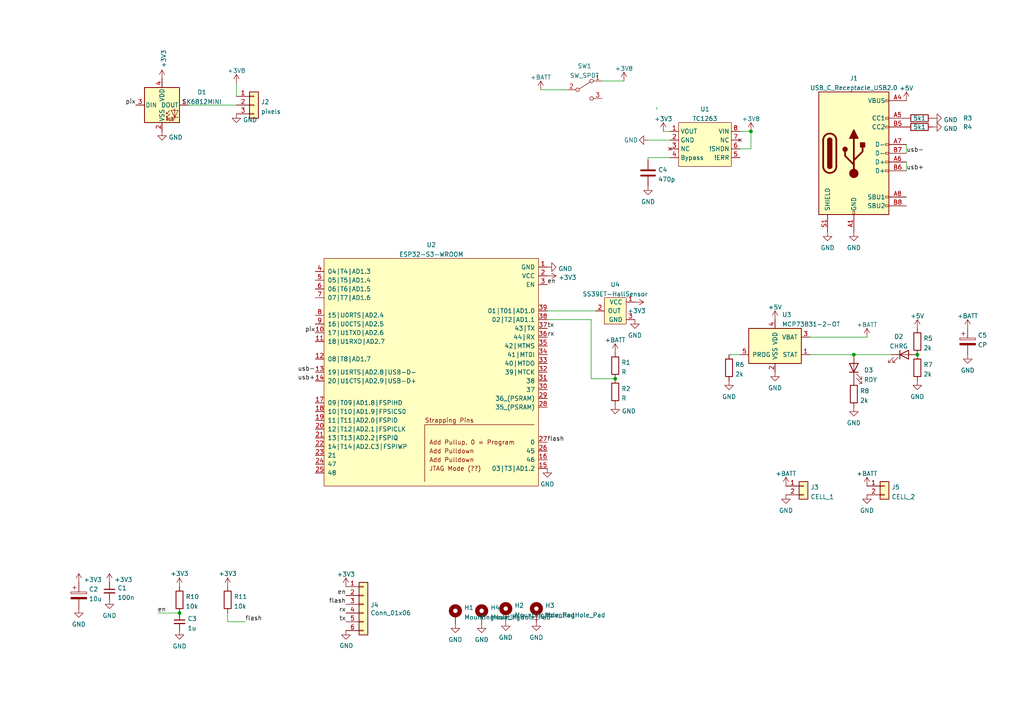
<source format=kicad_sch>
(kicad_sch (version 20211123) (generator eeschema)
  (paper "A4")
  (lib_symbols
    (symbol "0_aaaaa_yeah:R" (pin_numbers hide) (pin_names (offset 0))
      (property "Reference" "R" (at 2.032 0 90))
      (property "Value" "R" (at 0 0 90))
      (symbol "R_0_1"
        (rectangle (start -1.016 -2.54) (end 1.016 2.54) (stroke (width 0.254)))
      )
      (symbol "R_1_1"
        (pin passive line (at 0 3.81 270) (length 1.27) (name "~") (number "1"))
        (pin passive line (at 0 -3.81 90) (length 1.27) (name "~") (number "2"))
      )
    )
    (symbol "AnymaLib-06:ESP32-S3-WROOM" (pin_names (offset 1.016))
      (property "Reference" "U" (at -29.21 -35.56 0))
      (property "Value" "ESP32-S3-WROOM" (at 0 34.29 0))
      (symbol "ESP32-S3-WROOM_0_0"
        (text "Add Pulldown" (at -1.27 -25.4 0) (effects (font (size 1.27 1.27)) (justify left)))
        (text "Add Pulldown" (at -1.27 -22.86 0) (effects (font (size 1.27 1.27)) (justify left)))
        (text "Add Pullup, 0 = Program" (at -1.27 -20.32 0) (effects (font (size 1.27 1.27)) (justify left)))
        (text "JTAG Mode (??)" (at -1.27 -27.94 0) (effects (font (size 1.27 1.27)) (justify left)))
        (text "Strapping Pins" (at -2.54 -13.97 0) (effects (font (size 1.27 1.27)) (justify left)))
      )
      (symbol "ESP32-S3-WROOM_0_1"
        (rectangle (start -31.75 33.02) (end 30.48 -33.02) (stroke (width 0.1524)) (fill (type background)))
        (polyline (pts (xy 29.21 -15.24) (xy -2.54 -15.24) (xy -2.54 -31.75)) (stroke (width 0.1524)))
      )
      (symbol "ESP32-S3-WROOM_1_1"
        (pin input line (at 33.02 30.48 180) (length 2.54) (name "GND") (number "1"))
        (pin input line (at -34.29 11.43 0) (length 2.54) (name "17|U1TXD|AD2.6") (number "10"))
        (pin input line (at -34.29 8.89 0) (length 2.54) (name "18|U1RXD|AD2.7") (number "11"))
        (pin input line (at -34.29 3.81 0) (length 2.54) (name "08|T8|AD1.7") (number "12"))
        (pin input line (at -34.29 0 0) (length 2.54) (name "19|U1RTS|AD2.8|USB-D-") (number "13"))
        (pin input line (at -34.29 -2.54 0) (length 2.54) (name "20|U1CTS|AD2.9|USB-D+") (number "14"))
        (pin input line (at 33.02 -27.94 180) (length 2.54) (name "03|T3|AD1.2") (number "15"))
        (pin input line (at 33.02 -25.4 180) (length 2.54) (name "46") (number "16"))
        (pin input line (at -34.29 -8.89 0) (length 2.54) (name "09|T09|AD1.8|FSPIHD") (number "17"))
        (pin input line (at -34.29 -11.43 0) (length 2.54) (name "10|T10|AD1.9|FPSICS0") (number "18"))
        (pin input line (at -34.29 -13.97 0) (length 2.54) (name "11|T11|AD2.0|FSPID") (number "19"))
        (pin input line (at 33.02 27.94 180) (length 2.54) (name "VCC") (number "2"))
        (pin input line (at -34.29 -16.51 0) (length 2.54) (name "12|T12|AD2.1|FSPICLK") (number "20"))
        (pin input line (at -34.29 -19.05 0) (length 2.54) (name "13|T13|AD2.2|FSPIQ") (number "21"))
        (pin input line (at -34.29 -21.59 0) (length 2.54) (name "14|T14|AD2.C3|FSPIWP") (number "22"))
        (pin input line (at -34.29 -24.13 0) (length 2.54) (name "21") (number "23"))
        (pin input line (at -34.29 -26.67 0) (length 2.54) (name "47") (number "24"))
        (pin input line (at -34.29 -29.21 0) (length 2.54) (name "48") (number "25"))
        (pin input line (at 33.02 -22.86 180) (length 2.54) (name "45") (number "26"))
        (pin input line (at 33.02 -20.32 180) (length 2.54) (name "0") (number "27"))
        (pin input line (at 33.02 -10.16 180) (length 2.54) (name "35_(PSRAM)") (number "28"))
        (pin input line (at 33.02 -7.62 180) (length 2.54) (name "36_(PSRAM)") (number "29"))
        (pin input line (at 33.02 25.4 180) (length 2.54) (name "EN") (number "3"))
        (pin input line (at 33.02 -5.08 180) (length 2.54) (name "37") (number "30"))
        (pin input line (at 33.02 -2.54 180) (length 2.54) (name "38") (number "31"))
        (pin input line (at 33.02 0 180) (length 2.54) (name "39|MTCK") (number "32"))
        (pin input line (at 33.02 2.54 180) (length 2.54) (name "40|MTDO") (number "33"))
        (pin input line (at 33.02 5.08 180) (length 2.54) (name "41|MTDI") (number "34"))
        (pin input line (at 33.02 7.62 180) (length 2.54) (name "42|MTMS") (number "35"))
        (pin input line (at 33.02 10.16 180) (length 2.54) (name "44|RX") (number "36"))
        (pin input line (at 33.02 12.7 180) (length 2.54) (name "43|TX") (number "37"))
        (pin input line (at 33.02 15.24 180) (length 2.54) (name "02|T2|AD1.1") (number "38"))
        (pin input line (at 33.02 17.78 180) (length 2.54) (name "01|T01|AD1.0") (number "39"))
        (pin input line (at -34.29 29.21 0) (length 2.54) (name "04|T4|AD1.3") (number "4"))
        (pin input line (at 33.02 30.48 180) (length 2.54) hide (name "GND") (number "40"))
        (pin input line (at 33.02 30.48 180) (length 2.54) hide (name "GND") (number "41"))
        (pin input line (at -34.29 26.67 0) (length 2.54) (name "05|T5|AD1.4") (number "5"))
        (pin input line (at -34.29 24.13 0) (length 2.54) (name "06|T6|AD1.5") (number "6"))
        (pin input line (at -34.29 21.59 0) (length 2.54) (name "07|T7|AD1.6") (number "7"))
        (pin input line (at -34.29 16.51 0) (length 2.54) (name "15|U0RTS|AD2.4") (number "8"))
        (pin input line (at -34.29 13.97 0) (length 2.54) (name "16|U0CTS|AD2.5") (number "9"))
      )
    )
    (symbol "AnymaLib-06:TC1263"
      (property "Reference" "U" (at 1.27 6.35 0))
      (property "Value" "TC1263" (at 0 -8.89 0))
      (symbol "TC1263_0_1"
        (rectangle (start -7.62 5.08) (end 7.62 -7.62) (stroke (width 0.1524)) (fill (type background)))
      )
      (symbol "TC1263_1_1"
        (pin power_out line (at -10.16 2.54 0) (length 2.54) (name "VOUT") (number "1"))
        (pin power_out line (at -10.16 0 0) (length 2.54) (name "GND") (number "2"))
        (pin no_connect line (at -10.16 -2.54 0) (length 2.54) (name "NC") (number "3"))
        (pin input line (at -10.16 -5.08 0) (length 2.54) (name "Bypass") (number "4"))
        (pin input line (at 10.16 -5.08 180) (length 2.54) (name "!ERR") (number "5"))
        (pin input line (at 10.16 -2.54 180) (length 2.54) (name "!SHDN") (number "6"))
        (pin no_connect line (at 10.16 0 180) (length 2.54) (name "NC") (number "7"))
        (pin power_in line (at 10.16 2.54 180) (length 2.54) (name "VIN") (number "8"))
      )
    )
    (symbol "Anyma_Library:SS39ET-HallSensor" (pin_names (offset 1.016))
      (property "Reference" "U" (at 0 7.62 0))
      (property "Value" "SS39ET-HallSensor" (at -1.27 -5.08 0))
      (symbol "SS39ET-HallSensor_0_1"
        (rectangle (start -2.54 3.81) (end 3.81 -3.81) (fill (type background)))
      )
      (symbol "SS39ET-HallSensor_1_1"
        (pin input line (at -5.08 2.54 0) (length 2.54) (name "VCC") (number "1"))
        (pin input line (at 6.35 0 180) (length 2.54) (name "OUT") (number "2"))
        (pin input line (at -5.08 -2.54 0) (length 2.54) (name "GND") (number "3"))
      )
    )
    (symbol "Battery_Management:MCP73831-2-OT" (pin_names (offset 1.016))
      (property "Reference" "U" (at -7.62 6.35 0))
      (property "Value" "MCP73831-2-OT" (at 1.27 6.35 0))
      (symbol "MCP73831-2-OT_0_1"
        (rectangle (start -7.62 5.08) (end 7.62 -5.08) (stroke (width 0.254)) (fill (type background)))
      )
      (symbol "MCP73831-2-OT_1_1"
        (pin output line (at 10.16 -2.54 180) (length 2.54) (name "STAT") (number "1"))
        (pin power_in line (at 0 -7.62 90) (length 2.54) (name "VSS") (number "2"))
        (pin power_out line (at 10.16 2.54 180) (length 2.54) (name "VBAT") (number "3"))
        (pin power_in line (at 0 7.62 270) (length 2.54) (name "VDD") (number "4"))
        (pin input line (at -10.16 -2.54 0) (length 2.54) (name "PROG") (number "5"))
      )
    )
    (symbol "Connector:USB_C_Receptacle_USB2.0" (pin_names (offset 1.016))
      (property "Reference" "J" (at -10.16 19.05 0))
      (property "Value" "USB_C_Receptacle_USB2.0" (at 19.05 19.05 0))
      (symbol "USB_C_Receptacle_USB2.0_0_0"
        (rectangle (start -0.254 -17.78) (end 0.254 -16.764))
        (rectangle (start 10.16 -14.986) (end 9.144 -15.494))
        (rectangle (start 10.16 -12.446) (end 9.144 -12.954))
        (rectangle (start 10.16 -4.826) (end 9.144 -5.334))
        (rectangle (start 10.16 -2.286) (end 9.144 -2.794))
        (rectangle (start 10.16 0.254) (end 9.144 -0.254))
        (rectangle (start 10.16 2.794) (end 9.144 2.286))
        (rectangle (start 10.16 7.874) (end 9.144 7.366))
        (rectangle (start 10.16 10.414) (end 9.144 9.906))
        (rectangle (start 10.16 15.494) (end 9.144 14.986))
      )
      (symbol "USB_C_Receptacle_USB2.0_0_1"
        (rectangle (start -10.16 17.78) (end 10.16 -17.78) (stroke (width 0.254)) (fill (type background)))
        (arc (start -8.89 -3.81) (mid -6.985 -5.715) (end -5.08 -3.81) (stroke (width 0.508)))
        (arc (start -7.62 -3.81) (mid -6.985 -4.445) (end -6.35 -3.81) (stroke (width 0.254)))
        (arc (start -7.62 -3.81) (mid -6.985 -4.445) (end -6.35 -3.81) (stroke (width 0.254)) (fill (type outline)))
        (rectangle (start -7.62 -3.81) (end -6.35 3.81) (stroke (width 0.254)) (fill (type outline)))
        (arc (start -6.35 3.81) (mid -6.985 4.445) (end -7.62 3.81) (stroke (width 0.254)))
        (arc (start -6.35 3.81) (mid -6.985 4.445) (end -7.62 3.81) (stroke (width 0.254)) (fill (type outline)))
        (arc (start -5.08 3.81) (mid -6.985 5.715) (end -8.89 3.81) (stroke (width 0.508)))
        (circle (center -2.54 1.143) (radius 0.635) (stroke (width 0.254)) (fill (type outline)))
        (circle (center 0 -5.842) (radius 1.27) (fill (type outline)))
        (polyline (pts (xy -8.89 -3.81) (xy -8.89 3.81)) (stroke (width 0.508)))
        (polyline (pts (xy -5.08 3.81) (xy -5.08 -3.81)) (stroke (width 0.508)))
        (polyline (pts (xy 0 -5.842) (xy 0 4.318)) (stroke (width 0.508)))
        (polyline (pts (xy 0 -3.302) (xy -2.54 -0.762) (xy -2.54 0.508)) (stroke (width 0.508)))
        (polyline (pts (xy 0 -2.032) (xy 2.54 0.508) (xy 2.54 1.778)) (stroke (width 0.508)))
        (polyline (pts (xy -1.27 4.318) (xy 0 6.858) (xy 1.27 4.318) (xy -1.27 4.318)) (stroke (width 0.254)) (fill (type outline)))
        (rectangle (start 1.905 1.778) (end 3.175 3.048) (stroke (width 0.254)) (fill (type outline)))
      )
      (symbol "USB_C_Receptacle_USB2.0_1_1"
        (pin passive line (at 0 -22.86 90) (length 5.08) (name "GND") (number "A1"))
        (pin passive line (at 0 -22.86 90) (length 5.08) hide (name "GND") (number "A12"))
        (pin passive line (at 15.24 15.24 180) (length 5.08) (name "VBUS") (number "A4"))
        (pin bidirectional line (at 15.24 10.16 180) (length 5.08) (name "CC1") (number "A5"))
        (pin bidirectional line (at 15.24 -2.54 180) (length 5.08) (name "D+") (number "A6"))
        (pin bidirectional line (at 15.24 2.54 180) (length 5.08) (name "D-") (number "A7"))
        (pin bidirectional line (at 15.24 -12.7 180) (length 5.08) (name "SBU1") (number "A8"))
        (pin passive line (at 15.24 15.24 180) (length 5.08) hide (name "VBUS") (number "A9"))
        (pin passive line (at 0 -22.86 90) (length 5.08) hide (name "GND") (number "B1"))
        (pin passive line (at 0 -22.86 90) (length 5.08) hide (name "GND") (number "B12"))
        (pin passive line (at 15.24 15.24 180) (length 5.08) hide (name "VBUS") (number "B4"))
        (pin bidirectional line (at 15.24 7.62 180) (length 5.08) (name "CC2") (number "B5"))
        (pin bidirectional line (at 15.24 -5.08 180) (length 5.08) (name "D+") (number "B6"))
        (pin bidirectional line (at 15.24 0 180) (length 5.08) (name "D-") (number "B7"))
        (pin bidirectional line (at 15.24 -15.24 180) (length 5.08) (name "SBU2") (number "B8"))
        (pin passive line (at 15.24 15.24 180) (length 5.08) hide (name "VBUS") (number "B9"))
        (pin passive line (at -7.62 -22.86 90) (length 5.08) (name "SHIELD") (number "S1"))
      )
    )
    (symbol "Connector_Generic:Conn_01x02" (pin_names (offset 1.016) hide)
      (property "Reference" "J" (at 0 2.54 0))
      (property "Value" "Conn_01x02" (at 0 -5.08 0))
      (symbol "Conn_01x02_1_1"
        (rectangle (start -1.27 -2.413) (end 0 -2.667) (stroke (width 0.1524)))
        (rectangle (start -1.27 0.127) (end 0 -0.127) (stroke (width 0.1524)))
        (rectangle (start -1.27 1.27) (end 1.27 -3.81) (stroke (width 0.254)) (fill (type background)))
        (pin passive line (at -5.08 0 0) (length 3.81) (name "Pin_1") (number "1"))
        (pin passive line (at -5.08 -2.54 0) (length 3.81) (name "Pin_2") (number "2"))
      )
    )
    (symbol "Connector_Generic:Conn_01x03" (pin_names (offset 1.016) hide)
      (property "Reference" "J" (at 0 5.08 0))
      (property "Value" "Conn_01x03" (at 0 -5.08 0))
      (symbol "Conn_01x03_1_1"
        (rectangle (start -1.27 -2.413) (end 0 -2.667) (stroke (width 0.1524)))
        (rectangle (start -1.27 0.127) (end 0 -0.127) (stroke (width 0.1524)))
        (rectangle (start -1.27 2.667) (end 0 2.413) (stroke (width 0.1524)))
        (rectangle (start -1.27 3.81) (end 1.27 -3.81) (stroke (width 0.254)) (fill (type background)))
        (pin passive line (at -5.08 2.54 0) (length 3.81) (name "Pin_1") (number "1"))
        (pin passive line (at -5.08 0 0) (length 3.81) (name "Pin_2") (number "2"))
        (pin passive line (at -5.08 -2.54 0) (length 3.81) (name "Pin_3") (number "3"))
      )
    )
    (symbol "Connector_Generic:Conn_01x06" (pin_names (offset 1.016) hide)
      (property "Reference" "J" (at 0 7.62 0))
      (property "Value" "Conn_01x06" (at 0 -10.16 0))
      (symbol "Conn_01x06_1_1"
        (rectangle (start -1.27 -7.493) (end 0 -7.747) (stroke (width 0.1524)))
        (rectangle (start -1.27 -4.953) (end 0 -5.207) (stroke (width 0.1524)))
        (rectangle (start -1.27 -2.413) (end 0 -2.667) (stroke (width 0.1524)))
        (rectangle (start -1.27 0.127) (end 0 -0.127) (stroke (width 0.1524)))
        (rectangle (start -1.27 2.667) (end 0 2.413) (stroke (width 0.1524)))
        (rectangle (start -1.27 5.207) (end 0 4.953) (stroke (width 0.1524)))
        (rectangle (start -1.27 6.35) (end 1.27 -8.89) (stroke (width 0.254)) (fill (type background)))
        (pin passive line (at -5.08 5.08 0) (length 3.81) (name "Pin_1") (number "1"))
        (pin passive line (at -5.08 2.54 0) (length 3.81) (name "Pin_2") (number "2"))
        (pin passive line (at -5.08 0 0) (length 3.81) (name "Pin_3") (number "3"))
        (pin passive line (at -5.08 -2.54 0) (length 3.81) (name "Pin_4") (number "4"))
        (pin passive line (at -5.08 -5.08 0) (length 3.81) (name "Pin_5") (number "5"))
        (pin passive line (at -5.08 -7.62 0) (length 3.81) (name "Pin_6") (number "6"))
      )
    )
    (symbol "Device:C" (pin_numbers hide) (pin_names (offset 0.254))
      (property "Reference" "C" (at 0.635 2.54 0))
      (property "Value" "C" (at 0.635 -2.54 0))
      (symbol "C_0_1"
        (polyline (pts (xy -2.032 -0.762) (xy 2.032 -0.762)) (stroke (width 0.508)))
        (polyline (pts (xy -2.032 0.762) (xy 2.032 0.762)) (stroke (width 0.508)))
      )
      (symbol "C_1_1"
        (pin passive line (at 0 3.81 270) (length 2.794) (name "~") (number "1"))
        (pin passive line (at 0 -3.81 90) (length 2.794) (name "~") (number "2"))
      )
    )
    (symbol "Device:LED" (pin_numbers hide) (pin_names (offset 1.016) hide)
      (property "Reference" "D" (at 0 2.54 0))
      (property "Value" "LED" (at 0 -2.54 0))
      (symbol "LED_0_1"
        (polyline (pts (xy -1.27 -1.27) (xy -1.27 1.27)) (stroke (width 0.254)))
        (polyline (pts (xy -1.27 0) (xy 1.27 0)))
        (polyline (pts (xy 1.27 -1.27) (xy 1.27 1.27) (xy -1.27 0) (xy 1.27 -1.27)) (stroke (width 0.254)))
        (polyline (pts (xy -3.048 -0.762) (xy -4.572 -2.286) (xy -3.81 -2.286) (xy -4.572 -2.286) (xy -4.572 -1.524)))
        (polyline (pts (xy -1.778 -0.762) (xy -3.302 -2.286) (xy -2.54 -2.286) (xy -3.302 -2.286) (xy -3.302 -1.524)))
      )
      (symbol "LED_1_1"
        (pin passive line (at -3.81 0 0) (length 2.54) (name "K") (number "1"))
        (pin passive line (at 3.81 0 180) (length 2.54) (name "A") (number "2"))
      )
    )
    (symbol "Device:R" (pin_numbers hide) (pin_names (offset 0))
      (property "Reference" "R" (at 2.032 0 90))
      (property "Value" "R" (at 0 0 90))
      (symbol "R_0_1"
        (rectangle (start -1.016 -2.54) (end 1.016 2.54) (stroke (width 0.254)))
      )
      (symbol "R_1_1"
        (pin passive line (at 0 3.81 270) (length 1.27) (name "~") (number "1"))
        (pin passive line (at 0 -3.81 90) (length 1.27) (name "~") (number "2"))
      )
    )
    (symbol "Mechanical:MountingHole_Pad" (pin_numbers hide) (pin_names (offset 1.016) hide)
      (property "Reference" "H" (at 0 6.35 0))
      (property "Value" "MountingHole_Pad" (at 0 4.445 0))
      (symbol "MountingHole_Pad_0_1"
        (circle (center 0 1.27) (radius 1.27) (stroke (width 1.27)))
      )
      (symbol "MountingHole_Pad_1_1"
        (pin input line (at 0 -2.54 90) (length 2.54) (name "1") (number "1"))
      )
    )
    (symbol "Switch:SW_SPDT" (pin_names (offset 0) hide)
      (property "Reference" "SW" (at 0 4.318 0))
      (property "Value" "SW_SPDT" (at 0 -5.08 0))
      (symbol "SW_SPDT_0_0"
        (circle (center -2.032 0) (radius 0.508))
        (circle (center 2.032 -2.54) (radius 0.508))
      )
      (symbol "SW_SPDT_0_1"
        (polyline (pts (xy -1.524 0.254) (xy 1.651 2.286)))
        (circle (center 2.032 2.54) (radius 0.508))
      )
      (symbol "SW_SPDT_1_1"
        (pin passive line (at 5.08 2.54 180) (length 2.54) (name "A") (number "1"))
        (pin passive line (at -5.08 0 0) (length 2.54) (name "B") (number "2"))
        (pin passive line (at 5.08 -2.54 180) (length 2.54) (name "C") (number "3"))
      )
    )
    (symbol "nime2020-library:CP" (pin_numbers hide) (pin_names (offset 0.254))
      (property "Reference" "C" (at 0.635 2.54 0))
      (property "Value" "CP" (at 0.635 -2.54 0))
      (symbol "CP_0_1"
        (rectangle (start -2.286 0.508) (end 2.286 1.016))
        (polyline (pts (xy -1.778 2.286) (xy -0.762 2.286)))
        (polyline (pts (xy -1.27 2.794) (xy -1.27 1.778)))
        (rectangle (start 2.286 -0.508) (end -2.286 -1.016) (fill (type outline)))
      )
      (symbol "CP_1_1"
        (pin passive line (at 0 3.81 270) (length 2.794) (name "~") (number "1"))
        (pin passive line (at 0 -3.81 90) (length 2.794) (name "~") (number "2"))
      )
    )
    (symbol "power:+3V3" (power) (pin_names (offset 0))
      (property "Value" "+3V3" (at 0 3.556 0))
      (symbol "+3V3_0_1"
        (polyline (pts (xy -0.762 1.27) (xy 0 2.54)))
        (polyline (pts (xy 0 0) (xy 0 2.54)))
        (polyline (pts (xy 0 2.54) (xy 0.762 1.27)))
      )
      (symbol "+3V3_1_1"
        (pin power_in line (at 0 0 90) (length 0) hide (name "+3V3") (number "1"))
      )
    )
    (symbol "power:+3V8" (power) (pin_names (offset 0))
      (property "Value" "+3V8" (at 0 3.556 0))
      (symbol "+3V8_0_1"
        (polyline (pts (xy -0.762 1.27) (xy 0 2.54)))
        (polyline (pts (xy 0 0) (xy 0 2.54)))
        (polyline (pts (xy 0 2.54) (xy 0.762 1.27)))
      )
      (symbol "+3V8_1_1"
        (pin power_in line (at 0 0 90) (length 0) hide (name "+3V8") (number "1"))
      )
    )
    (symbol "power:+5V" (power) (pin_names (offset 0))
      (property "Value" "+5V" (at 0 3.556 0))
      (symbol "+5V_0_1"
        (polyline (pts (xy -0.762 1.27) (xy 0 2.54)))
        (polyline (pts (xy 0 0) (xy 0 2.54)))
        (polyline (pts (xy 0 2.54) (xy 0.762 1.27)))
      )
      (symbol "+5V_1_1"
        (pin power_in line (at 0 0 90) (length 0) hide (name "+5V") (number "1"))
      )
    )
    (symbol "power:+BATT" (power) (pin_names (offset 0))
      (property "Value" "+BATT" (at 0 3.556 0))
      (symbol "+BATT_0_1"
        (polyline (pts (xy -0.762 1.27) (xy 0 2.54)))
        (polyline (pts (xy 0 0) (xy 0 2.54)))
        (polyline (pts (xy 0 2.54) (xy 0.762 1.27)))
      )
      (symbol "+BATT_1_1"
        (pin power_in line (at 0 0 90) (length 0) hide (name "+BATT") (number "1"))
      )
    )
    (symbol "power:GND" (power) (pin_names (offset 0))
      (property "Value" "GND" (at 0 -3.81 0))
      (symbol "GND_0_1"
        (polyline (pts (xy 0 0) (xy 0 -1.27) (xy 1.27 -1.27) (xy 0 -2.54) (xy -1.27 -1.27) (xy 0 -1.27)))
      )
      (symbol "GND_1_1"
        (pin power_in line (at 0 0 270) (length 0) hide (name "GND") (number "1"))
      )
    )
    (symbol "synkie_symbols:C_Small" (pin_numbers hide) (pin_names (offset 0.254) hide)
      (property "Reference" "C" (at 0.254 1.778 0))
      (property "Value" "C_Small" (at 0.254 -2.032 0))
      (symbol "C_Small_0_1"
        (polyline (pts (xy -1.524 -0.508) (xy 1.524 -0.508)) (stroke (width 0.3302)))
        (polyline (pts (xy -1.524 0.508) (xy 1.524 0.508)) (stroke (width 0.3048)))
      )
      (symbol "C_Small_1_1"
        (pin passive line (at 0 2.54 270) (length 2.032) (name "~") (number "1"))
        (pin passive line (at 0 -2.54 90) (length 2.032) (name "~") (number "2"))
      )
    )
    (symbol "synkie_symbols:SK6812MINI" (pin_names (offset 0.254))
      (property "Reference" "D" (at 5.08 5.715 0))
      (property "Value" "SK6812MINI" (at 1.27 -5.715 0))
      (symbol "SK6812MINI_0_0"
        (text "RGB" (at 2.286 -4.191 0) (effects (font (size 0.762 0.762))))
      )
      (symbol "SK6812MINI_0_1"
        (polyline (pts (xy 1.27 -3.556) (xy 1.778 -3.556)))
        (polyline (pts (xy 1.27 -2.54) (xy 1.778 -2.54)))
        (polyline (pts (xy 4.699 -3.556) (xy 2.667 -3.556)))
        (polyline (pts (xy 2.286 -2.54) (xy 1.27 -3.556) (xy 1.27 -3.048)))
        (polyline (pts (xy 2.286 -1.524) (xy 1.27 -2.54) (xy 1.27 -2.032)))
        (polyline (pts (xy 3.683 -1.016) (xy 3.683 -3.556) (xy 3.683 -4.064)))
        (polyline (pts (xy 4.699 -1.524) (xy 2.667 -1.524) (xy 3.683 -3.556) (xy 4.699 -1.524)))
        (rectangle (start 5.08 5.08) (end -5.08 -5.08) (stroke (width 0.254)) (fill (type background)))
      )
      (symbol "SK6812MINI_1_1"
        (pin output line (at 7.62 0 180) (length 2.54) (name "DOUT") (number "1"))
        (pin power_in line (at 0 -7.62 90) (length 2.54) (name "VSS") (number "2"))
        (pin input line (at -7.62 0 0) (length 2.54) (name "DIN") (number "3"))
        (pin power_in line (at 0 7.62 270) (length 2.54) (name "VDD") (number "4"))
      )
    )
  )
  (junction (at 217.805 38.1))
  (junction (at 52.07 177.8))
  (junction (at 178.435 109.855))
  (junction (at 266.065 102.87))
  (junction (at 247.65 102.87))
  (wire (pts (xy 194.31 45.72) (xy 187.96 45.72)))
  (wire (pts (xy 66.04 180.34) (xy 66.04 177.8)))
  (wire (pts (xy 217.805 43.18) (xy 217.805 38.1)))
  (wire (pts (xy 54.61 30.48) (xy 68.58 30.48)))
  (wire (pts (xy 211.455 102.87) (xy 214.63 102.87)))
  (wire (pts (xy 187.96 40.64) (xy 194.31 40.64)))
  (wire (pts (xy 214.63 43.18) (xy 217.805 43.18)))
  (wire (pts (xy 192.405 38.1) (xy 194.31 38.1)))
  (wire (pts (xy 156.845 26.035) (xy 164.465 26.035)))
  (wire (pts (xy 178.435 109.855) (xy 171.45 109.855)))
  (wire (pts (xy 214.63 38.1) (xy 217.805 38.1)))
  (wire (pts (xy 174.625 23.495) (xy 180.975 23.495)))
  (wire (pts (xy 190.5 31.75) (xy 190.5 31.115)))
  (wire (pts (xy 262.89 46.99) (xy 262.89 49.53)))
  (wire (pts (xy 171.45 92.71) (xy 158.75 92.71)))
  (wire (pts (xy 234.95 97.79) (xy 251.46 97.79)))
  (wire (pts (xy 262.89 41.91) (xy 262.89 44.45)))
  (wire (pts (xy 158.75 90.17) (xy 172.72 90.17)))
  (wire (pts (xy 171.45 109.855) (xy 171.45 92.71)))
  (wire (pts (xy 71.12 180.34) (xy 66.04 180.34)))
  (wire (pts (xy 45.72 177.8) (xy 52.07 177.8)))
  (wire (pts (xy 68.58 24.13) (xy 68.58 27.94)))
  (wire (pts (xy 234.95 102.87) (xy 247.65 102.87)))
  (wire (pts (xy 187.96 45.72) (xy 187.96 46.355)))
  (wire (pts (xy 247.65 102.87) (xy 258.445 102.87)))
  (label "flash" (at 100.33 175.26 180))
  (label "en" (at 45.72 177.8 0))
  (label "rx" (at 158.75 97.79 0))
  (label "pix" (at 91.44 96.52 180))
  (label "flash" (at 71.12 180.34 0))
  (label "usb-" (at 262.89 44.45 0))
  (label "flash" (at 158.75 128.27 0))
  (label "en" (at 158.75 82.55 0))
  (label "tx" (at 158.75 95.25 0))
  (label "usb+" (at 91.44 110.49 180))
  (label "usb-" (at 91.44 107.95 180))
  (label "tx" (at 100.33 180.34 180))
  (label "pix" (at 39.37 30.48 180))
  (label "usb+" (at 262.89 49.53 0))
  (label "en" (at 100.33 172.72 180))
  (label "rx" (at 100.33 177.8 180))
  (symbol (lib_id "power:+BATT") (at 227.965 140.97 0) (unit 1)
    (property "Reference" "#PWR0138" (effects hide))
    (property "Value" "+BATT" (at 227.965 137.3655 0))
  )
  (symbol (lib_id "Mechanical:MountingHole_Pad") (at 146.685 177.8 0) (unit 1)
    (property "Reference" "H2" (at 149.225 175.6215 0) (effects (justify left)))
    (property "Value" "MountingHole_Pad" (at 149.225 178.3966 0) (effects (justify left)))
    (property "Footprint" "MountingHole:MountingHole_4.3mm_M4_DIN965_Pad" (effects hide))
  )
  (symbol (lib_id "power:+3V3") (at 192.405 38.1 0) (unit 1)
    (property "Reference" "#PWR0149" (effects hide))
    (property "Value" "+3V3" (at 192.405 34.4955 0))
  )
  (symbol (lib_id "power:+5V") (at 224.79 92.71 0) (unit 1)
    (property "Reference" "#PWR0130" (effects hide))
    (property "Value" "+5V" (at 224.79 89.1055 0))
  )
  (symbol (lib_id "power:+5V") (at 266.065 95.25 0) (unit 1)
    (property "Reference" "#PWR0135" (effects hide))
    (property "Value" "+5V" (at 266.065 91.6455 0))
  )
  (symbol (lib_id "power:GND") (at 266.065 110.49 0) (unit 1)
    (property "Reference" "#PWR0143" (effects hide))
    (property "Value" "GND" (at 266.065 115.0525 0))
  )
  (symbol (lib_id "Connector_Generic:Conn_01x02") (at 233.045 140.97 0) (unit 1)
    (property "Reference" "J3" (at 235.077 141.3315 0) (effects (justify left)))
    (property "Value" "CELL_1" (at 235.077 144.1066 0) (effects (justify left)))
    (property "Footprint" "anyma_footprints:smd-2pin" (effects hide))
  )
  (symbol (lib_id "power:GND") (at 240.03 67.31 0) (unit 1)
    (property "Reference" "#PWR0109" (effects hide))
    (property "Value" "GND" (at 240.03 71.8725 0))
  )
  (symbol (lib_id "power:GND") (at 139.7 180.975 0) (unit 1)
    (property "Reference" "#PWR0101" (effects hide))
    (property "Value" "GND" (at 139.7 185.5375 0))
  )
  (symbol (lib_id "power:+5V") (at 262.89 29.21 0) (unit 1)
    (property "Reference" "#PWR0115" (effects hide))
    (property "Value" "+5V" (at 262.89 25.6055 0))
  )
  (symbol (lib_id "power:GND") (at 270.51 34.29 90) (unit 1)
    (property "Reference" "#PWR0118" (effects hide))
    (property "Value" "GND" (at 273.685 34.769 90) (effects (justify right)))
  )
  (symbol (lib_id "power:+3V3") (at 22.86 168.91 0) (unit 1)
    (property "Reference" "#PWR0129" (effects hide))
    (property "Value" "+3V3" (at 24.257 168.119 0) (effects (justify left)))
  )
  (symbol (lib_id "Anyma_Library:SS39ET-HallSensor") (at 179.07 90.17 0) (mirror y) (unit 1)
    (property "Reference" "U4" (at 178.435 82.5205 0))
    (property "Value" "SS39ET-HallSensor" (at 178.435 85.2956 0))
    (property "Footprint" "Package_TO_SOT_SMD:TSOT-23" (effects hide))
  )
  (symbol (lib_id "power:+3V3") (at 158.75 80.01 270) (unit 1)
    (property "Reference" "#PWR0125" (effects hide))
    (property "Value" "+3V3" (at 161.925 80.489 90) (effects (justify left)))
  )
  (symbol (lib_id "power:+BATT") (at 156.845 26.035 0) (unit 1)
    (property "Reference" "#PWR0122" (effects hide))
    (property "Value" "+BATT" (at 156.845 22.4305 0))
  )
  (symbol (lib_id "synkie_symbols:C_Small") (at 31.75 171.45 0) (unit 1)
    (property "Reference" "C1" (at 34.0741 170.5478 0) (effects (justify left)))
    (property "Value" "100n" (at 34.0741 173.3229 0) (effects (justify left)))
    (property "Footprint" "synkie_footprints:C_0603_1608Metric_Pad1.05x0.95mm_HandSolder" (effects hide))
  )
  (symbol (lib_id "power:GND") (at 158.75 77.47 90) (unit 1)
    (property "Reference" "#PWR0134" (effects hide))
    (property "Value" "GND" (at 161.925 77.949 90) (effects (justify right)))
  )
  (symbol (lib_id "nime2020-library:CP") (at 22.86 172.72 0) (unit 1)
    (property "Reference" "C2" (at 25.781 170.9225 0) (effects (justify left)))
    (property "Value" "10u" (at 25.781 173.6976 0) (effects (justify left)))
    (property "Footprint" "synkie_footprints:C_1206_3216Metric_Pad1.42x1.75mm_HandSolder" (effects hide))
  )
  (symbol (lib_id "power:+3V3") (at 52.07 170.18 0) (unit 1)
    (property "Reference" "#PWR0127" (effects hide))
    (property "Value" "+3V3" (at 52.07 166.37 0))
  )
  (symbol (lib_id "power:+3V8") (at 180.975 23.495 0) (unit 1)
    (property "Reference" "#PWR0107" (effects hide))
    (property "Value" "+3V8" (at 180.975 19.8905 0))
  )
  (symbol (lib_id "Mechanical:MountingHole_Pad") (at 132.08 178.435 0) (unit 1)
    (property "Reference" "H1" (at 134.62 176.2565 0) (effects (justify left)))
    (property "Value" "MountingHole_Pad" (at 134.62 179.0316 0) (effects (justify left)))
    (property "Footprint" "MountingHole:MountingHole_4.3mm_M4_DIN965_Pad" (effects hide))
  )
  (symbol (lib_id "power:+BATT") (at 280.67 95.25 0) (unit 1)
    (property "Reference" "#PWR0144" (effects hide))
    (property "Value" "+BATT" (at 280.67 91.6455 0))
  )
  (symbol (lib_id "Connector_Generic:Conn_01x02") (at 256.54 140.97 0) (unit 1)
    (property "Reference" "J5" (at 258.572 141.3315 0) (effects (justify left)))
    (property "Value" "CELL_2" (at 258.572 144.1066 0) (effects (justify left)))
    (property "Footprint" "anyma_footprints:smd-2pin" (effects hide))
  )
  (symbol (lib_id "Battery_Management:MCP73831-2-OT") (at 224.79 100.33 0) (unit 1)
    (property "Reference" "U3" (at 226.8094 91.2835 0) (effects (justify left)))
    (property "Value" "MCP73831-2-OT" (at 226.8094 94.0586 0) (effects (justify left)))
    (property "Footprint" "Package_TO_SOT_SMD:SOT-23-5" (effects hide))
    (property "Datasheet" "http://ww1.microchip.com/downloads/en/DeviceDoc/20001984g.pdf" (effects hide))
  )
  (symbol (lib_id "synkie_symbols:SK6812MINI") (at 46.99 30.48 0) (unit 1)
    (property "Reference" "D1" (at 58.5659 26.7548 0))
    (property "Value" "SK6812MINI" (at 58.5659 29.5299 0))
    (property "Footprint" "LED_SMD:LED_SK6812MINI_PLCC4_3.5x3.5mm_P1.75mm" (effects hide))
    (property "Datasheet" "https://cdn-shop.adafruit.com/product-files/2686/SK6812MINI_REV.01-1-2.pdf" (effects hide))
  )
  (symbol (lib_id "power:+3V3") (at 100.33 170.18 0) (unit 1)
    (property "Reference" "#PWR0106" (effects hide))
    (property "Value" "+3V3" (at 100.33 166.5755 0))
  )
  (symbol (lib_id "power:+BATT") (at 251.46 97.79 0) (unit 1)
    (property "Reference" "#PWR0136" (effects hide))
    (property "Value" "+BATT" (at 251.46 94.1855 0))
  )
  (symbol (lib_id "power:+3V3") (at 184.15 87.63 270) (mirror x) (unit 1)
    (property "Reference" "#PWR0146" (effects hide))
    (property "Value" "+3V3" (at 187.325 90.17 90) (effects (justify right)))
  )
  (symbol (lib_id "Connector_Generic:Conn_01x03") (at 73.66 30.48 0) (unit 1)
    (property "Reference" "J2" (at 75.692 29.5715 0) (effects (justify left)))
    (property "Value" "pixels" (at 75.692 32.3466 0) (effects (justify left)))
    (property "Footprint" "anyma_footprints:ComboPinhead_03" (effects hide))
  )
  (symbol (lib_id "0_aaaaa_yeah:R") (at 266.7 36.83 90) (unit 1)
    (property "Reference" "R4" (at 280.67 36.83 90))
    (property "Value" "5k1" (at 266.7 36.83 90))
    (property "Footprint" "synkie_footprints:R_0805_2012Metric_Pad1.15x1.40mm_HandSolder" (effects hide))
  )
  (symbol (lib_id "0_aaaaa_yeah:R") (at 266.065 106.68 0) (unit 1)
    (property "Reference" "R7" (at 267.843 105.7715 0) (effects (justify left)))
    (property "Value" "2k" (at 267.843 108.5466 0) (effects (justify left)))
    (property "Footprint" "synkie_footprints:R_0805_2012Metric_Pad1.15x1.40mm_HandSolder" (effects hide))
  )
  (symbol (lib_id "power:GND") (at 155.575 180.34 0) (unit 1)
    (property "Reference" "#PWR0103" (effects hide))
    (property "Value" "GND" (at 155.575 184.9025 0))
  )
  (symbol (lib_id "power:GND") (at 184.15 92.71 0) (mirror y) (unit 1)
    (property "Reference" "#PWR0147" (effects hide))
    (property "Value" "GND" (at 184.15 97.2725 0))
  )
  (symbol (lib_id "Device:LED") (at 247.65 106.68 90) (unit 1)
    (property "Reference" "D3" (at 250.571 107.359 90) (effects (justify right)))
    (property "Value" "RDY" (at 250.571 110.1341 90) (effects (justify right)))
    (property "Footprint" "LED_SMD:LED_0805_2012Metric" (effects hide))
  )
  (symbol (lib_id "power:GND") (at 52.07 182.88 0) (unit 1)
    (property "Reference" "#PWR0126" (effects hide))
    (property "Value" "GND" (at 52.07 187.4425 0))
  )
  (symbol (lib_id "Connector:USB_C_Receptacle_USB2.0") (at 247.65 44.45 0) (unit 1)
    (property "Reference" "J1" (at 247.65 22.7035 0))
    (property "Value" "USB_C_Receptacle_USB2.0" (at 247.65 25.4786 0))
    (property "Footprint" "synkie_footprints:JAE_USB-C_SJ122205" (effects hide))
    (property "Datasheet" "https://www.usb.org/sites/default/files/documents/usb_type-c.zip" (effects hide))
  )
  (symbol (lib_id "power:+BATT") (at 251.46 140.97 0) (unit 1)
    (property "Reference" "#PWR0142" (effects hide))
    (property "Value" "+BATT" (at 251.46 137.3655 0))
  )
  (symbol (lib_id "AnymaLib-06:TC1263") (at 204.47 40.64 0) (unit 1)
    (property "Reference" "U1" (at 204.47 31.6443 0))
    (property "Value" "TC1263" (at 204.47 34.4194 0))
    (property "Footprint" "synkie_footprints:SOIC-8_3.9x4.9mm_P1.27mm" (effects hide))
  )
  (symbol (lib_id "power:GND") (at 68.58 33.02 0) (unit 1)
    (property "Reference" "#PWR0117" (effects hide))
    (property "Value" "GND" (at 70.485 34.769 0) (effects (justify left)))
  )
  (symbol (lib_id "Device:R") (at 52.07 173.99 0) (unit 1)
    (property "Reference" "R10" (at 53.848 173.0815 0) (effects (justify left)))
    (property "Value" "10k" (at 53.848 175.8566 0) (effects (justify left)))
    (property "Footprint" "synkie_footprints:R_0805_2012Metric_Pad1.15x1.40mm_HandSolder" (effects hide))
  )
  (symbol (lib_id "power:GND") (at 224.79 107.95 0) (unit 1)
    (property "Reference" "#PWR0124" (effects hide))
    (property "Value" "GND" (at 224.79 112.5125 0))
  )
  (symbol (lib_id "power:GND") (at 270.51 36.83 90) (unit 1)
    (property "Reference" "#PWR0113" (effects hide))
    (property "Value" "GND" (at 273.685 37.309 90) (effects (justify right)))
  )
  (symbol (lib_id "Mechanical:MountingHole_Pad") (at 155.575 177.8 0) (unit 1)
    (property "Reference" "H3" (at 158.115 175.6215 0) (effects (justify left)))
    (property "Value" "MountingHole_Pad" (at 158.115 178.3966 0) (effects (justify left)))
    (property "Footprint" "MountingHole:MountingHole_4.3mm_M4_DIN965_Pad" (effects hide))
  )
  (symbol (lib_id "power:GND") (at 100.33 182.88 0) (unit 1)
    (property "Reference" "#PWR0105" (effects hide))
    (property "Value" "GND" (at 100.457 187.2742 0))
  )
  (symbol (lib_id "0_aaaaa_yeah:R") (at 178.435 113.665 0) (unit 1)
    (property "Reference" "R2" (at 180.213 112.7565 0) (effects (justify left)))
    (property "Value" "R" (at 180.213 115.5316 0) (effects (justify left)))
    (property "Footprint" "synkie_footprints:R_0805_2012Metric_Pad1.15x1.40mm_HandSolder" (effects hide))
  )
  (symbol (lib_id "0_aaaaa_yeah:R") (at 66.04 173.99 0) (unit 1)
    (property "Reference" "R11" (at 67.818 173.0815 0) (effects (justify left)))
    (property "Value" "10k" (at 67.818 175.8566 0) (effects (justify left)))
    (property "Footprint" "synkie_footprints:R_0805_2012Metric_Pad1.15x1.40mm_HandSolder" (effects hide))
  )
  (symbol (lib_id "power:GND") (at 247.65 118.11 0) (unit 1)
    (property "Reference" "#PWR0137" (effects hide))
    (property "Value" "GND" (at 247.65 122.6725 0))
  )
  (symbol (lib_id "0_aaaaa_yeah:R") (at 178.435 106.045 0) (unit 1)
    (property "Reference" "R1" (at 180.213 105.1365 0) (effects (justify left)))
    (property "Value" "R" (at 180.213 107.9116 0) (effects (justify left)))
    (property "Footprint" "synkie_footprints:R_0805_2012Metric_Pad1.15x1.40mm_HandSolder" (effects hide))
  )
  (symbol (lib_id "power:GND") (at 187.96 40.64 270) (unit 1)
    (property "Reference" "#PWR0104" (effects hide))
    (property "Value" "GND" (at 180.975 40.64 90) (effects (justify left)))
  )
  (symbol (lib_id "power:+3V8") (at 68.58 24.13 0) (unit 1)
    (property "Reference" "#PWR0119" (effects hide))
    (property "Value" "+3V8" (at 68.58 20.5255 0))
  )
  (symbol (lib_id "0_aaaaa_yeah:R") (at 247.65 114.3 0) (unit 1)
    (property "Reference" "R8" (at 249.428 113.3915 0) (effects (justify left)))
    (property "Value" "2k" (at 249.428 116.1666 0) (effects (justify left)))
    (property "Footprint" "synkie_footprints:R_0805_2012Metric_Pad1.15x1.40mm_HandSolder" (effects hide))
  )
  (symbol (lib_id "Switch:SW_SPDT") (at 169.545 26.035 0) (unit 1)
    (property "Reference" "SW1" (at 169.545 19.1475 0))
    (property "Value" "SW_SPDT" (at 169.545 21.9226 0))
    (property "Footprint" "synkie_footprints:PinHeader_1x03_P2.54mm_Vertical" (effects hide))
  )
  (symbol (lib_id "power:GND") (at 146.685 180.34 0) (unit 1)
    (property "Reference" "#PWR0102" (effects hide))
    (property "Value" "GND" (at 146.685 184.9025 0))
  )
  (symbol (lib_id "power:GND") (at 227.965 143.51 0) (unit 1)
    (property "Reference" "#PWR0140" (effects hide))
    (property "Value" "GND" (at 227.965 148.0725 0))
  )
  (symbol (lib_id "power:+3V8") (at 217.805 38.1 0) (unit 1)
    (property "Reference" "#PWR0111" (effects hide))
    (property "Value" "+3V8" (at 217.805 34.4955 0))
  )
  (symbol (lib_id "nime2020-library:CP") (at 280.67 99.06 0) (unit 1)
    (property "Reference" "C5" (at 283.591 97.2625 0) (effects (justify left)))
    (property "Value" "CP" (at 283.591 100.0376 0) (effects (justify left)))
    (property "Footprint" "synkie_footprints:C_1206_3216Metric_Pad1.42x1.75mm_HandSolder" (effects hide))
  )
  (symbol (lib_id "power:GND") (at 31.75 173.99 0) (unit 1)
    (property "Reference" "#PWR0131" (effects hide))
    (property "Value" "GND" (at 31.75 178.5525 0))
  )
  (symbol (lib_id "Mechanical:MountingHole_Pad") (at 139.7 178.435 0) (unit 1)
    (property "Reference" "H4" (at 142.24 176.2565 0) (effects (justify left)))
    (property "Value" "MountingHole_Pad" (at 142.24 179.0316 0) (effects (justify left)))
    (property "Footprint" "MountingHole:MountingHole_4.3mm_M4_DIN965_Pad" (effects hide))
  )
  (symbol (lib_id "synkie_symbols:C_Small") (at 52.07 180.34 0) (unit 1)
    (property "Reference" "C3" (at 54.3941 179.4378 0) (effects (justify left)))
    (property "Value" "1u" (at 54.3941 182.2129 0) (effects (justify left)))
    (property "Footprint" "synkie_footprints:C_0603_1608Metric_Pad1.05x0.95mm_HandSolder" (effects hide))
  )
  (symbol (lib_id "power:GND") (at 158.75 135.89 0) (unit 1)
    (property "Reference" "#PWR0108" (effects hide))
    (property "Value" "GND" (at 158.75 140.4525 0))
  )
  (symbol (lib_id "Device:LED") (at 262.255 102.87 0) (unit 1)
    (property "Reference" "D2" (at 260.6675 97.6335 0))
    (property "Value" "CHRG" (at 260.6675 100.4086 0))
    (property "Footprint" "LED_SMD:LED_0805_2012Metric" (effects hide))
  )
  (symbol (lib_id "power:GND") (at 46.99 38.1 0) (unit 1)
    (property "Reference" "#PWR0112" (effects hide))
    (property "Value" "GND" (at 48.895 39.849 0) (effects (justify left)))
  )
  (symbol (lib_id "power:GND") (at 187.96 53.975 0) (unit 1)
    (property "Reference" "#PWR0116" (effects hide))
    (property "Value" "GND" (at 187.96 58.5375 0))
  )
  (symbol (lib_id "power:+3V3") (at 66.04 170.18 0) (unit 1)
    (property "Reference" "#PWR0133" (effects hide))
    (property "Value" "+3V3" (at 66.04 166.37 0))
  )
  (symbol (lib_id "power:+3V3") (at 46.99 22.86 0) (unit 1)
    (property "Reference" "#PWR0114" (effects hide))
    (property "Value" "+3V3" (at 47.469 19.685 90) (effects (justify left)))
  )
  (symbol (lib_id "power:GND") (at 132.08 180.975 0) (unit 1)
    (property "Reference" "#PWR0139" (effects hide))
    (property "Value" "GND" (at 132.08 185.5375 0))
  )
  (symbol (lib_id "power:GND") (at 247.65 67.31 0) (unit 1)
    (property "Reference" "#PWR0110" (effects hide))
    (property "Value" "GND" (at 247.65 71.8725 0))
  )
  (symbol (lib_id "power:GND") (at 178.435 117.475 0) (unit 1)
    (property "Reference" "#PWR0121" (effects hide))
    (property "Value" "GND" (at 180.34 119.224 0) (effects (justify left)))
  )
  (symbol (lib_id "0_aaaaa_yeah:R") (at 266.7 34.29 90) (unit 1)
    (property "Reference" "R3" (at 280.67 34.29 90))
    (property "Value" "5k1" (at 266.7 34.29 90))
    (property "Footprint" "synkie_footprints:R_0805_2012Metric_Pad1.15x1.40mm_HandSolder" (effects hide))
  )
  (symbol (lib_id "Device:C") (at 187.96 50.165 0) (unit 1)
    (property "Reference" "C4" (at 190.881 49.2565 0) (effects (justify left)))
    (property "Value" "470p" (at 190.881 52.0316 0) (effects (justify left)))
    (property "Footprint" "synkie_footprints:C_0805_2012Metric_Pad1.15x1.40mm_HandSolder" (effects hide))
  )
  (symbol (lib_id "power:+3V3") (at 31.75 168.91 0) (unit 1)
    (property "Reference" "#PWR0128" (effects hide))
    (property "Value" "+3V3" (at 33.147 168.119 0) (effects (justify left)))
  )
  (symbol (lib_id "power:+BATT") (at 178.435 102.235 0) (unit 1)
    (property "Reference" "#PWR0120" (effects hide))
    (property "Value" "+BATT" (at 178.435 98.6305 0))
  )
  (symbol (lib_id "power:GND") (at 22.86 176.53 0) (unit 1)
    (property "Reference" "#PWR0132" (effects hide))
    (property "Value" "GND" (at 22.86 181.0925 0))
  )
  (symbol (lib_id "power:GND") (at 251.46 143.51 0) (unit 1)
    (property "Reference" "#PWR0141" (effects hide))
    (property "Value" "GND" (at 251.46 148.0725 0))
  )
  (symbol (lib_id "Connector_Generic:Conn_01x06") (at 105.41 175.26 0) (unit 1)
    (property "Reference" "J4" (at 107.442 175.4632 0) (effects (justify left)))
    (property "Value" "Conn_01x06" (at 107.442 177.7746 0) (effects (justify left)))
    (property "Footprint" "Connector_IDC:IDC-Header_2x03_P2.54mm_Vertical" (effects hide))
  )
  (symbol (lib_id "power:GND") (at 211.455 110.49 0) (unit 1)
    (property "Reference" "#PWR0123" (effects hide))
    (property "Value" "GND" (at 211.455 115.0525 0))
  )
  (symbol (lib_id "0_aaaaa_yeah:R") (at 211.455 106.68 0) (unit 1)
    (property "Reference" "R6" (at 213.233 105.7715 0) (effects (justify left)))
    (property "Value" "2k" (at 213.233 108.5466 0) (effects (justify left)))
    (property "Footprint" "synkie_footprints:R_0805_2012Metric_Pad1.15x1.40mm_HandSolder" (effects hide))
  )
  (symbol (lib_id "0_aaaaa_yeah:R") (at 266.065 99.06 0) (unit 1)
    (property "Reference" "R5" (at 267.843 98.1515 0) (effects (justify left)))
    (property "Value" "2k" (at 267.843 100.9266 0) (effects (justify left)))
    (property "Footprint" "synkie_footprints:R_0805_2012Metric_Pad1.15x1.40mm_HandSolder" (effects hide))
  )
  (symbol (lib_id "power:GND") (at 280.67 102.87 0) (unit 1)
    (property "Reference" "#PWR0145" (effects hide))
    (property "Value" "GND" (at 280.67 107.4325 0))
  )
  (symbol (lib_id "AnymaLib-06:ESP32-S3-WROOM") (at 125.73 107.95 0) (unit 1)
    (property "Reference" "U2" (at 125.095 71.0143 0))
    (property "Value" "ESP32-S3-WROOM" (at 125.095 73.7894 0))
    (property "Footprint" "2022_midi_controller:ESP32-S3-WROOM" (effects hide))
  )
)
</source>
